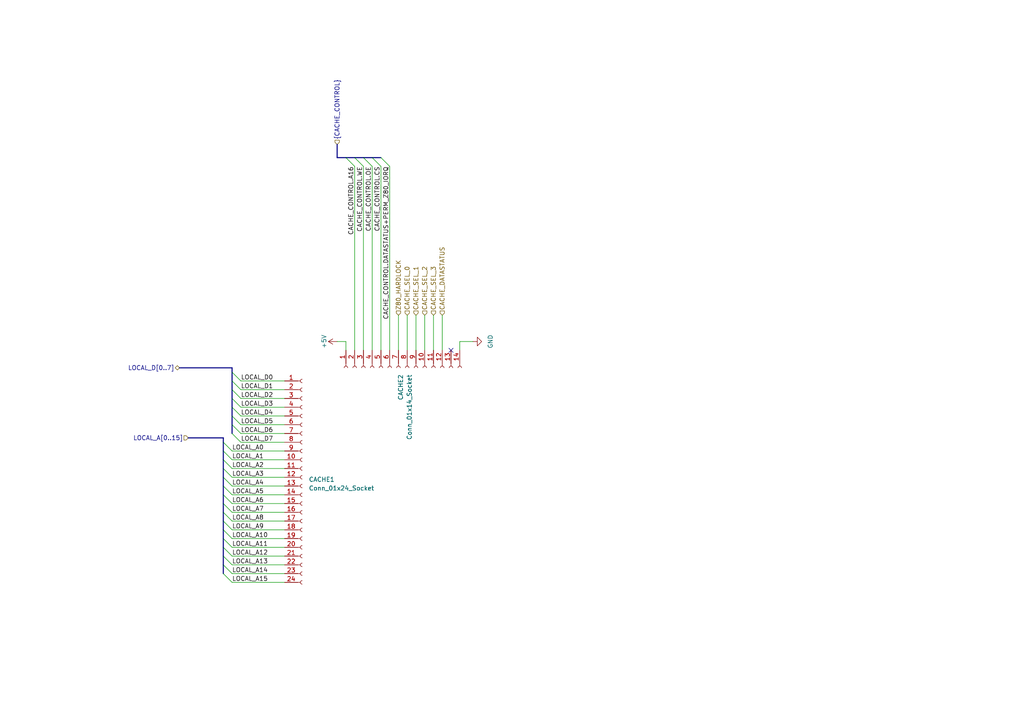
<source format=kicad_sch>
(kicad_sch (version 20230121) (generator eeschema)
  (paper "A4")
  (lib_symbols
    (symbol "Connector:Conn_01x14_Socket" (pin_names (offset 1.016) hide)
      (property "Reference" "J" (at 0 17.78 0))
      (property "Value" "Conn_01x14_Socket" (at 0 -20.32 0))
      (symbol "Conn_01x14_Socket_1_1"
        (arc (start 0 -17.272) (mid -0.5058 -17.78) (end 0 -18.288) (stroke (width 0.1524)))
        (arc (start 0 -14.732) (mid -0.5058 -15.24) (end 0 -15.748) (stroke (width 0.1524)))
        (arc (start 0 -12.192) (mid -0.5058 -12.7) (end 0 -13.208) (stroke (width 0.1524)))
        (arc (start 0 -9.652) (mid -0.5058 -10.16) (end 0 -10.668) (stroke (width 0.1524)))
        (arc (start 0 -7.112) (mid -0.5058 -7.62) (end 0 -8.128) (stroke (width 0.1524)))
        (arc (start 0 -4.572) (mid -0.5058 -5.08) (end 0 -5.588) (stroke (width 0.1524)))
        (arc (start 0 -2.032) (mid -0.5058 -2.54) (end 0 -3.048) (stroke (width 0.1524)))
        (polyline (pts (xy -1.27 -17.78) (xy -0.508 -17.78)) (stroke (width 0.1524)))
        (polyline (pts (xy -1.27 -15.24) (xy -0.508 -15.24)) (stroke (width 0.1524)))
        (polyline (pts (xy -1.27 -12.7) (xy -0.508 -12.7)) (stroke (width 0.1524)))
        (polyline (pts (xy -1.27 -10.16) (xy -0.508 -10.16)) (stroke (width 0.1524)))
        (polyline (pts (xy -1.27 -7.62) (xy -0.508 -7.62)) (stroke (width 0.1524)))
        (polyline (pts (xy -1.27 -5.08) (xy -0.508 -5.08)) (stroke (width 0.1524)))
        (polyline (pts (xy -1.27 -2.54) (xy -0.508 -2.54)) (stroke (width 0.1524)))
        (polyline (pts (xy -1.27 0) (xy -0.508 0)) (stroke (width 0.1524)))
        (polyline (pts (xy -1.27 2.54) (xy -0.508 2.54)) (stroke (width 0.1524)))
        (polyline (pts (xy -1.27 5.08) (xy -0.508 5.08)) (stroke (width 0.1524)))
        (polyline (pts (xy -1.27 7.62) (xy -0.508 7.62)) (stroke (width 0.1524)))
        (polyline (pts (xy -1.27 10.16) (xy -0.508 10.16)) (stroke (width 0.1524)))
        (polyline (pts (xy -1.27 12.7) (xy -0.508 12.7)) (stroke (width 0.1524)))
        (polyline (pts (xy -1.27 15.24) (xy -0.508 15.24)) (stroke (width 0.1524)))
        (arc (start 0 0.508) (mid -0.5058 0) (end 0 -0.508) (stroke (width 0.1524)))
        (arc (start 0 3.048) (mid -0.5058 2.54) (end 0 2.032) (stroke (width 0.1524)))
        (arc (start 0 5.588) (mid -0.5058 5.08) (end 0 4.572) (stroke (width 0.1524)))
        (arc (start 0 8.128) (mid -0.5058 7.62) (end 0 7.112) (stroke (width 0.1524)))
        (arc (start 0 10.668) (mid -0.5058 10.16) (end 0 9.652) (stroke (width 0.1524)))
        (arc (start 0 13.208) (mid -0.5058 12.7) (end 0 12.192) (stroke (width 0.1524)))
        (arc (start 0 15.748) (mid -0.5058 15.24) (end 0 14.732) (stroke (width 0.1524)))
        (pin passive line (at -5.08 15.24 0) (length 3.81) (name "Pin_1") (number "1"))
        (pin passive line (at -5.08 -7.62 0) (length 3.81) (name "Pin_10") (number "10"))
        (pin passive line (at -5.08 -10.16 0) (length 3.81) (name "Pin_11") (number "11"))
        (pin passive line (at -5.08 -12.7 0) (length 3.81) (name "Pin_12") (number "12"))
        (pin passive line (at -5.08 -15.24 0) (length 3.81) (name "Pin_13") (number "13"))
        (pin passive line (at -5.08 -17.78 0) (length 3.81) (name "Pin_14") (number "14"))
        (pin passive line (at -5.08 12.7 0) (length 3.81) (name "Pin_2") (number "2"))
        (pin passive line (at -5.08 10.16 0) (length 3.81) (name "Pin_3") (number "3"))
        (pin passive line (at -5.08 7.62 0) (length 3.81) (name "Pin_4") (number "4"))
        (pin passive line (at -5.08 5.08 0) (length 3.81) (name "Pin_5") (number "5"))
        (pin passive line (at -5.08 2.54 0) (length 3.81) (name "Pin_6") (number "6"))
        (pin passive line (at -5.08 0 0) (length 3.81) (name "Pin_7") (number "7"))
        (pin passive line (at -5.08 -2.54 0) (length 3.81) (name "Pin_8") (number "8"))
        (pin passive line (at -5.08 -5.08 0) (length 3.81) (name "Pin_9") (number "9"))
      )
    )
    (symbol "Connector:Conn_01x24_Socket" (pin_names (offset 1.016) hide)
      (property "Reference" "J" (at 0 30.48 0))
      (property "Value" "Conn_01x24_Socket" (at 0 -33.02 0))
      (symbol "Conn_01x24_Socket_1_1"
        (arc (start 0 -29.972) (mid -0.5058 -30.48) (end 0 -30.988) (stroke (width 0.1524)))
        (arc (start 0 -27.432) (mid -0.5058 -27.94) (end 0 -28.448) (stroke (width 0.1524)))
        (arc (start 0 -24.892) (mid -0.5058 -25.4) (end 0 -25.908) (stroke (width 0.1524)))
        (arc (start 0 -22.352) (mid -0.5058 -22.86) (end 0 -23.368) (stroke (width 0.1524)))
        (arc (start 0 -19.812) (mid -0.5058 -20.32) (end 0 -20.828) (stroke (width 0.1524)))
        (arc (start 0 -17.272) (mid -0.5058 -17.78) (end 0 -18.288) (stroke (width 0.1524)))
        (arc (start 0 -14.732) (mid -0.5058 -15.24) (end 0 -15.748) (stroke (width 0.1524)))
        (arc (start 0 -12.192) (mid -0.5058 -12.7) (end 0 -13.208) (stroke (width 0.1524)))
        (arc (start 0 -9.652) (mid -0.5058 -10.16) (end 0 -10.668) (stroke (width 0.1524)))
        (arc (start 0 -7.112) (mid -0.5058 -7.62) (end 0 -8.128) (stroke (width 0.1524)))
        (arc (start 0 -4.572) (mid -0.5058 -5.08) (end 0 -5.588) (stroke (width 0.1524)))
        (arc (start 0 -2.032) (mid -0.5058 -2.54) (end 0 -3.048) (stroke (width 0.1524)))
        (polyline (pts (xy -1.27 -30.48) (xy -0.508 -30.48)) (stroke (width 0.1524)))
        (polyline (pts (xy -1.27 -27.94) (xy -0.508 -27.94)) (stroke (width 0.1524)))
        (polyline (pts (xy -1.27 -25.4) (xy -0.508 -25.4)) (stroke (width 0.1524)))
        (polyline (pts (xy -1.27 -22.86) (xy -0.508 -22.86)) (stroke (width 0.1524)))
        (polyline (pts (xy -1.27 -20.32) (xy -0.508 -20.32)) (stroke (width 0.1524)))
        (polyline (pts (xy -1.27 -17.78) (xy -0.508 -17.78)) (stroke (width 0.1524)))
        (polyline (pts (xy -1.27 -15.24) (xy -0.508 -15.24)) (stroke (width 0.1524)))
        (polyline (pts (xy -1.27 -12.7) (xy -0.508 -12.7)) (stroke (width 0.1524)))
        (polyline (pts (xy -1.27 -10.16) (xy -0.508 -10.16)) (stroke (width 0.1524)))
        (polyline (pts (xy -1.27 -7.62) (xy -0.508 -7.62)) (stroke (width 0.1524)))
        (polyline (pts (xy -1.27 -5.08) (xy -0.508 -5.08)) (stroke (width 0.1524)))
        (polyline (pts (xy -1.27 -2.54) (xy -0.508 -2.54)) (stroke (width 0.1524)))
        (polyline (pts (xy -1.27 0) (xy -0.508 0)) (stroke (width 0.1524)))
        (polyline (pts (xy -1.27 2.54) (xy -0.508 2.54)) (stroke (width 0.1524)))
        (polyline (pts (xy -1.27 5.08) (xy -0.508 5.08)) (stroke (width 0.1524)))
        (polyline (pts (xy -1.27 7.62) (xy -0.508 7.62)) (stroke (width 0.1524)))
        (polyline (pts (xy -1.27 10.16) (xy -0.508 10.16)) (stroke (width 0.1524)))
        (polyline (pts (xy -1.27 12.7) (xy -0.508 12.7)) (stroke (width 0.1524)))
        (polyline (pts (xy -1.27 15.24) (xy -0.508 15.24)) (stroke (width 0.1524)))
        (polyline (pts (xy -1.27 17.78) (xy -0.508 17.78)) (stroke (width 0.1524)))
        (polyline (pts (xy -1.27 20.32) (xy -0.508 20.32)) (stroke (width 0.1524)))
        (polyline (pts (xy -1.27 22.86) (xy -0.508 22.86)) (stroke (width 0.1524)))
        (polyline (pts (xy -1.27 25.4) (xy -0.508 25.4)) (stroke (width 0.1524)))
        (polyline (pts (xy -1.27 27.94) (xy -0.508 27.94)) (stroke (width 0.1524)))
        (arc (start 0 0.508) (mid -0.5058 0) (end 0 -0.508) (stroke (width 0.1524)))
        (arc (start 0 3.048) (mid -0.5058 2.54) (end 0 2.032) (stroke (width 0.1524)))
        (arc (start 0 5.588) (mid -0.5058 5.08) (end 0 4.572) (stroke (width 0.1524)))
        (arc (start 0 8.128) (mid -0.5058 7.62) (end 0 7.112) (stroke (width 0.1524)))
        (arc (start 0 10.668) (mid -0.5058 10.16) (end 0 9.652) (stroke (width 0.1524)))
        (arc (start 0 13.208) (mid -0.5058 12.7) (end 0 12.192) (stroke (width 0.1524)))
        (arc (start 0 15.748) (mid -0.5058 15.24) (end 0 14.732) (stroke (width 0.1524)))
        (arc (start 0 18.288) (mid -0.5058 17.78) (end 0 17.272) (stroke (width 0.1524)))
        (arc (start 0 20.828) (mid -0.5058 20.32) (end 0 19.812) (stroke (width 0.1524)))
        (arc (start 0 23.368) (mid -0.5058 22.86) (end 0 22.352) (stroke (width 0.1524)))
        (arc (start 0 25.908) (mid -0.5058 25.4) (end 0 24.892) (stroke (width 0.1524)))
        (arc (start 0 28.448) (mid -0.5058 27.94) (end 0 27.432) (stroke (width 0.1524)))
        (pin passive line (at -5.08 27.94 0) (length 3.81) (name "Pin_1") (number "1"))
        (pin passive line (at -5.08 5.08 0) (length 3.81) (name "Pin_10") (number "10"))
        (pin passive line (at -5.08 2.54 0) (length 3.81) (name "Pin_11") (number "11"))
        (pin passive line (at -5.08 0 0) (length 3.81) (name "Pin_12") (number "12"))
        (pin passive line (at -5.08 -2.54 0) (length 3.81) (name "Pin_13") (number "13"))
        (pin passive line (at -5.08 -5.08 0) (length 3.81) (name "Pin_14") (number "14"))
        (pin passive line (at -5.08 -7.62 0) (length 3.81) (name "Pin_15") (number "15"))
        (pin passive line (at -5.08 -10.16 0) (length 3.81) (name "Pin_16") (number "16"))
        (pin passive line (at -5.08 -12.7 0) (length 3.81) (name "Pin_17") (number "17"))
        (pin passive line (at -5.08 -15.24 0) (length 3.81) (name "Pin_18") (number "18"))
        (pin passive line (at -5.08 -17.78 0) (length 3.81) (name "Pin_19") (number "19"))
        (pin passive line (at -5.08 25.4 0) (length 3.81) (name "Pin_2") (number "2"))
        (pin passive line (at -5.08 -20.32 0) (length 3.81) (name "Pin_20") (number "20"))
        (pin passive line (at -5.08 -22.86 0) (length 3.81) (name "Pin_21") (number "21"))
        (pin passive line (at -5.08 -25.4 0) (length 3.81) (name "Pin_22") (number "22"))
        (pin passive line (at -5.08 -27.94 0) (length 3.81) (name "Pin_23") (number "23"))
        (pin passive line (at -5.08 -30.48 0) (length 3.81) (name "Pin_24") (number "24"))
        (pin passive line (at -5.08 22.86 0) (length 3.81) (name "Pin_3") (number "3"))
        (pin passive line (at -5.08 20.32 0) (length 3.81) (name "Pin_4") (number "4"))
        (pin passive line (at -5.08 17.78 0) (length 3.81) (name "Pin_5") (number "5"))
        (pin passive line (at -5.08 15.24 0) (length 3.81) (name "Pin_6") (number "6"))
        (pin passive line (at -5.08 12.7 0) (length 3.81) (name "Pin_7") (number "7"))
        (pin passive line (at -5.08 10.16 0) (length 3.81) (name "Pin_8") (number "8"))
        (pin passive line (at -5.08 7.62 0) (length 3.81) (name "Pin_9") (number "9"))
      )
    )
    (symbol "power:+5V" (power) (pin_names (offset 0))
      (property "Value" "+5V" (at 0 3.556 0))
      (symbol "+5V_0_1"
        (polyline (pts (xy -0.762 1.27) (xy 0 2.54)))
        (polyline (pts (xy 0 0) (xy 0 2.54)))
        (polyline (pts (xy 0 2.54) (xy 0.762 1.27)))
      )
      (symbol "+5V_1_1"
        (pin power_in line (at 0 0 90) (length 0) hide (name "+5V") (number "1"))
      )
    )
    (symbol "power:GND" (power) (pin_names (offset 0))
      (property "Value" "GND" (at 0 -3.81 0))
      (symbol "GND_0_1"
        (polyline (pts (xy 0 0) (xy 0 -1.27) (xy 1.27 -1.27) (xy 0 -2.54) (xy -1.27 -1.27) (xy 0 -1.27)))
      )
      (symbol "GND_1_1"
        (pin power_in line (at 0 0 270) (length 0) hide (name "GND") (number "1"))
      )
    )
  )
  (no_connect (at 130.81 101.6))
  (bus_entry (at 102.87 45.72) (size 2.54 2.54))
  (bus_entry (at 67.31 125.73) (size 2.54 2.54))
  (bus_entry (at 107.95 45.72) (size 2.54 2.54))
  (bus_entry (at 67.31 120.65) (size 2.54 2.54))
  (bus_entry (at 67.31 113.03) (size 2.54 2.54))
  (bus_entry (at 64.77 156.21) (size 2.54 2.54))
  (bus_entry (at 67.31 118.11) (size 2.54 2.54))
  (bus_entry (at 105.41 45.72) (size 2.54 2.54))
  (bus_entry (at 64.77 153.67) (size 2.54 2.54))
  (bus_entry (at 64.77 158.75) (size 2.54 2.54))
  (bus_entry (at 64.77 133.35) (size 2.54 2.54))
  (bus_entry (at 100.33 45.72) (size 2.54 2.54))
  (bus_entry (at 64.77 166.37) (size 2.54 2.54))
  (bus_entry (at 64.77 138.43) (size 2.54 2.54))
  (bus_entry (at 64.77 146.05) (size 2.54 2.54))
  (bus_entry (at 64.77 140.97) (size 2.54 2.54))
  (bus_entry (at 64.77 151.13) (size 2.54 2.54))
  (bus_entry (at 67.31 123.19) (size 2.54 2.54))
  (bus_entry (at 64.77 143.51) (size 2.54 2.54))
  (bus_entry (at 64.77 130.81) (size 2.54 2.54))
  (bus_entry (at 67.31 110.49) (size 2.54 2.54))
  (bus_entry (at 64.77 135.89) (size 2.54 2.54))
  (bus_entry (at 67.31 115.57) (size 2.54 2.54))
  (bus_entry (at 64.77 163.83) (size 2.54 2.54))
  (bus_entry (at 64.77 148.59) (size 2.54 2.54))
  (bus_entry (at 64.77 161.29) (size 2.54 2.54))
  (bus_entry (at 64.77 128.27) (size 2.54 2.54))
  (bus_entry (at 67.31 107.95) (size 2.54 2.54))
  (bus_entry (at 110.49 45.72) (size 2.54 2.54))
  (bus (pts (xy 107.95 45.72) (xy 110.49 45.72)))
  (bus (pts (xy 67.31 123.19) (xy 67.31 120.65)))
  (bus (pts (xy 64.77 143.51) (xy 64.77 146.05)))
  (wire (pts (xy 67.31 166.37) (xy 82.55 166.37)))
  (bus (pts (xy 54.61 127) (xy 64.77 127)))
  (bus (pts (xy 64.77 138.43) (xy 64.77 140.97)))
  (wire (pts (xy 82.55 125.73) (xy 69.85 125.73)))
  (bus (pts (xy 64.77 151.13) (xy 64.77 153.67)))
  (bus (pts (xy 97.79 41.91) (xy 97.79 45.72)))
  (wire (pts (xy 115.57 91.44) (xy 115.57 101.6)))
  (bus (pts (xy 67.31 113.03) (xy 67.31 110.49)))
  (wire (pts (xy 82.55 128.27) (xy 69.85 128.27)))
  (wire (pts (xy 118.11 91.44) (xy 118.11 101.6)))
  (wire (pts (xy 67.31 168.91) (xy 82.55 168.91)))
  (wire (pts (xy 67.31 161.29) (xy 82.55 161.29)))
  (bus (pts (xy 64.77 140.97) (xy 64.77 143.51)))
  (wire (pts (xy 67.31 158.75) (xy 82.55 158.75)))
  (bus (pts (xy 64.77 153.67) (xy 64.77 156.21)))
  (wire (pts (xy 67.31 163.83) (xy 82.55 163.83)))
  (wire (pts (xy 67.31 138.43) (xy 82.55 138.43)))
  (wire (pts (xy 125.73 91.44) (xy 125.73 101.6)))
  (bus (pts (xy 67.31 107.95) (xy 67.31 106.68)))
  (bus (pts (xy 67.31 115.57) (xy 67.31 113.03)))
  (wire (pts (xy 67.31 151.13) (xy 82.55 151.13)))
  (bus (pts (xy 105.41 45.72) (xy 107.95 45.72)))
  (wire (pts (xy 110.49 48.26) (xy 110.49 101.6)))
  (bus (pts (xy 64.77 133.35) (xy 64.77 135.89)))
  (bus (pts (xy 52.07 106.68) (xy 67.31 106.68)))
  (bus (pts (xy 100.33 45.72) (xy 102.87 45.72)))
  (wire (pts (xy 105.41 48.26) (xy 105.41 101.6)))
  (wire (pts (xy 67.31 140.97) (xy 82.55 140.97)))
  (wire (pts (xy 123.19 91.44) (xy 123.19 101.6)))
  (wire (pts (xy 67.31 148.59) (xy 82.55 148.59)))
  (bus (pts (xy 64.77 127) (xy 64.77 128.27)))
  (wire (pts (xy 67.31 146.05) (xy 82.55 146.05)))
  (wire (pts (xy 107.95 48.26) (xy 107.95 101.6)))
  (wire (pts (xy 67.31 153.67) (xy 82.55 153.67)))
  (bus (pts (xy 64.77 163.83) (xy 64.77 166.37)))
  (bus (pts (xy 102.87 45.72) (xy 105.41 45.72)))
  (bus (pts (xy 64.77 135.89) (xy 64.77 138.43)))
  (wire (pts (xy 100.33 99.06) (xy 100.33 101.6)))
  (wire (pts (xy 113.03 48.26) (xy 113.03 101.6)))
  (wire (pts (xy 133.35 99.06) (xy 133.35 101.6)))
  (wire (pts (xy 67.31 135.89) (xy 82.55 135.89)))
  (wire (pts (xy 82.55 118.11) (xy 69.85 118.11)))
  (wire (pts (xy 67.31 130.81) (xy 82.55 130.81)))
  (bus (pts (xy 64.77 148.59) (xy 64.77 151.13)))
  (wire (pts (xy 67.31 143.51) (xy 82.55 143.51)))
  (wire (pts (xy 128.27 91.44) (xy 128.27 101.6)))
  (wire (pts (xy 67.31 133.35) (xy 82.55 133.35)))
  (wire (pts (xy 67.31 156.21) (xy 82.55 156.21)))
  (bus (pts (xy 64.77 146.05) (xy 64.77 148.59)))
  (bus (pts (xy 67.31 118.11) (xy 67.31 115.57)))
  (wire (pts (xy 82.55 120.65) (xy 69.85 120.65)))
  (bus (pts (xy 67.31 125.73) (xy 67.31 123.19)))
  (wire (pts (xy 97.79 99.06) (xy 100.33 99.06)))
  (wire (pts (xy 133.35 99.06) (xy 137.16 99.06)))
  (wire (pts (xy 102.87 48.26) (xy 102.87 101.6)))
  (wire (pts (xy 69.85 115.57) (xy 82.55 115.57)))
  (wire (pts (xy 69.85 110.49) (xy 82.55 110.49)))
  (wire (pts (xy 120.65 91.44) (xy 120.65 101.6)))
  (bus (pts (xy 67.31 120.65) (xy 67.31 118.11)))
  (bus (pts (xy 64.77 130.81) (xy 64.77 133.35)))
  (wire (pts (xy 82.55 123.19) (xy 69.85 123.19)))
  (bus (pts (xy 64.77 128.27) (xy 64.77 130.81)))
  (bus (pts (xy 97.79 45.72) (xy 100.33 45.72)))
  (bus (pts (xy 64.77 156.21) (xy 64.77 158.75)))
  (bus (pts (xy 64.77 161.29) (xy 64.77 163.83)))
  (bus (pts (xy 64.77 158.75) (xy 64.77 161.29)))
  (bus (pts (xy 67.31 110.49) (xy 67.31 107.95)))
  (wire (pts (xy 69.85 113.03) (xy 82.55 113.03)))
  (label "LOCAL_A5" (at 67.31 143.51 0))
  (label "LOCAL_D5" (at 69.85 123.19 0))
  (label "LOCAL_A10" (at 67.31 156.21 0))
  (label "CACHE_CONTROL.DATASTATUS+PERM_Z80_IORQ" (at 113.03 48.26 270))
  (label "LOCAL_D2" (at 69.85 115.57 0))
  (label "LOCAL_D0" (at 69.85 110.49 0))
  (label "LOCAL_A7" (at 67.31 148.59 0))
  (label "LOCAL_D1" (at 69.85 113.03 0))
  (label "LOCAL_A2" (at 67.31 135.89 0))
  (label "CACHE_CONTROL.A16" (at 102.87 48.26 270))
  (label "LOCAL_A15" (at 67.31 168.91 0))
  (label "LOCAL_D6" (at 69.85 125.73 0))
  (label "LOCAL_A3" (at 67.31 138.43 0))
  (label "LOCAL_A1" (at 67.31 133.35 0))
  (label "CACHE_CONTROL.WE" (at 105.41 48.26 270))
  (label "LOCAL_D3" (at 69.85 118.11 0))
  (label "LOCAL_A9" (at 67.31 153.67 0))
  (label "LOCAL_A14" (at 67.31 166.37 0))
  (label "LOCAL_A11" (at 67.31 158.75 0))
  (label "LOCAL_A12" (at 67.31 161.29 0))
  (label "LOCAL_A13" (at 67.31 163.83 0))
  (label "LOCAL_A0" (at 67.31 130.81 0))
  (label "CACHE_CONTROL.CS" (at 110.49 48.26 270))
  (label "LOCAL_A6" (at 67.31 146.05 0))
  (label "LOCAL_D4" (at 69.85 120.65 0))
  (label "CACHE_CONTROL.OE" (at 107.95 48.26 270))
  (label "LOCAL_A8" (at 67.31 151.13 0))
  (label "LOCAL_A4" (at 67.31 140.97 0))
  (label "LOCAL_D7" (at 69.85 128.27 0))
  (hierarchical_label "LOCAL_D[0..7]" (shape bidirectional) (at 52.07 106.68 180))
  (hierarchical_label "CACHE_DATASTATUS" (shape input) (at 128.27 91.44 90))
  (hierarchical_label "CACHE_SEL_2" (shape input) (at 123.19 91.44 90))
  (hierarchical_label "LOCAL_A[0..15]" (shape input) (at 54.61 127 180))
  (hierarchical_label "CACHE_SEL_1" (shape input) (at 120.65 91.44 90))
  (hierarchical_label "CACHE_SEL_0" (shape input) (at 118.11 91.44 90))
  (hierarchical_label "Z80_HARDLOCK" (shape input) (at 115.57 91.44 90))
  (hierarchical_label "CACHE_SEL_3" (shape input) (at 125.73 91.44 90))
  (hierarchical_label "{CACHE_CONTROL}" (shape input) (at 97.79 41.91 90))
  (symbol (lib_id "Connector:Conn_01x24_Socket") (at 87.63 138.43 0) (unit 1)
    (property "Reference" "CACHE1" (at 89.535 139.065 0) (effects (justify left)))
    (property "Value" "Conn_01x24_Socket" (at 89.535 141.605 0) (effects (justify left)))
    (property "Footprint" "Connector_PinSocket_2.54mm:PinSocket_1x24_P2.54mm_Vertical" (effects hide))
    (instances (project "ZXspectrum_Concept" (path "" (reference "CACHE1") (unit 1))) (project "IOCACHE-128K_ZXspectrum" (path "" (reference "J2") (unit 1))))
  )
  (symbol (lib_id "Connector:Conn_01x14_Socket") (at 115.57 106.68 90) (mirror x) (unit 1)
    (property "Reference" "CACHE2" (at 116.205 108.585 0) (effects (justify left)))
    (property "Value" "Conn_01x14_Socket" (at 118.745 108.585 0) (effects (justify left)))
    (property "Footprint" "Connector_PinSocket_2.54mm:PinSocket_1x14_P2.54mm_Vertical" (effects hide))
    (instances (project "ZXspectrum_Concept" (path "" (reference "CACHE2") (unit 1))) (project "IOCACHE-128K_ZXspectrum" (path "" (reference "J1") (unit 1))))
  )
  (symbol (lib_id "power:GND") (at 137.16 99.06 90) (mirror x) (unit 1)
    (property "Reference" "#PWR042" (effects hide))
    (property "Value" "GND" (at 142.24 99.06 0))
    (instances (project "ZXspectrum_Concept" (path "" (reference "#PWR042") (unit 1))) (project "IOCACHE-128K_ZXspectrum" (path "" (reference "#PWR09") (unit 1))))
  )
  (symbol (lib_id "power:+5V") (at 97.79 99.06 90) (mirror x) (unit 1)
    (property "Reference" "#PWR041" (effects hide))
    (property "Value" "+5V" (at 93.98 99.06 0))
    (instances (project "ZXspectrum_Concept" (path "" (reference "#PWR041") (unit 1))) (project "IOCACHE-128K_ZXspectrum" (path "" (reference "#PWR08") (unit 1))))
  )
)
</source>
